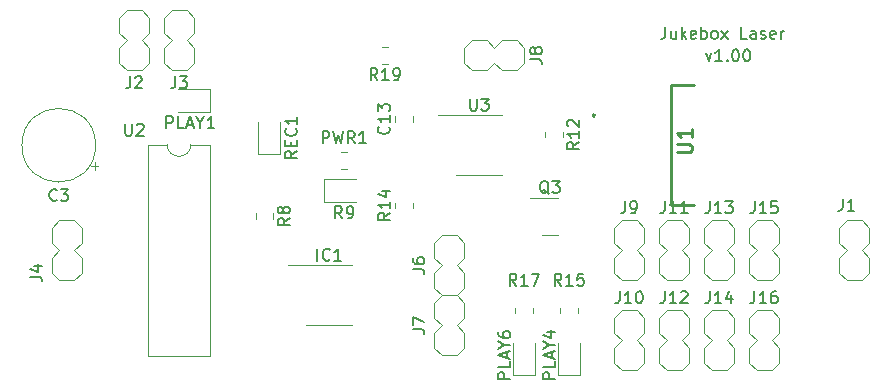
<source format=gbr>
G04 #@! TF.GenerationSoftware,KiCad,Pcbnew,7.0.2-6a45011f42~172~ubuntu22.04.1*
G04 #@! TF.CreationDate,2023-04-28T22:36:36-05:00*
G04 #@! TF.ProjectId,laser,6c617365-722e-46b6-9963-61645f706362,rev?*
G04 #@! TF.SameCoordinates,PXc1c960PY791ddc0*
G04 #@! TF.FileFunction,Legend,Top*
G04 #@! TF.FilePolarity,Positive*
%FSLAX46Y46*%
G04 Gerber Fmt 4.6, Leading zero omitted, Abs format (unit mm)*
G04 Created by KiCad (PCBNEW 7.0.2-6a45011f42~172~ubuntu22.04.1) date 2023-04-28 22:36:36*
%MOMM*%
%LPD*%
G01*
G04 APERTURE LIST*
%ADD10C,0.150000*%
%ADD11C,0.254000*%
%ADD12C,0.120000*%
G04 APERTURE END LIST*
D10*
X59832857Y28094048D02*
X60070952Y27427381D01*
X60070952Y27427381D02*
X60309047Y28094048D01*
X61213809Y27427381D02*
X60642381Y27427381D01*
X60928095Y27427381D02*
X60928095Y28427381D01*
X60928095Y28427381D02*
X60832857Y28284524D01*
X60832857Y28284524D02*
X60737619Y28189286D01*
X60737619Y28189286D02*
X60642381Y28141667D01*
X61642381Y27522620D02*
X61690000Y27475000D01*
X61690000Y27475000D02*
X61642381Y27427381D01*
X61642381Y27427381D02*
X61594762Y27475000D01*
X61594762Y27475000D02*
X61642381Y27522620D01*
X61642381Y27522620D02*
X61642381Y27427381D01*
X62309047Y28427381D02*
X62404285Y28427381D01*
X62404285Y28427381D02*
X62499523Y28379762D01*
X62499523Y28379762D02*
X62547142Y28332143D01*
X62547142Y28332143D02*
X62594761Y28236905D01*
X62594761Y28236905D02*
X62642380Y28046429D01*
X62642380Y28046429D02*
X62642380Y27808334D01*
X62642380Y27808334D02*
X62594761Y27617858D01*
X62594761Y27617858D02*
X62547142Y27522620D01*
X62547142Y27522620D02*
X62499523Y27475000D01*
X62499523Y27475000D02*
X62404285Y27427381D01*
X62404285Y27427381D02*
X62309047Y27427381D01*
X62309047Y27427381D02*
X62213809Y27475000D01*
X62213809Y27475000D02*
X62166190Y27522620D01*
X62166190Y27522620D02*
X62118571Y27617858D01*
X62118571Y27617858D02*
X62070952Y27808334D01*
X62070952Y27808334D02*
X62070952Y28046429D01*
X62070952Y28046429D02*
X62118571Y28236905D01*
X62118571Y28236905D02*
X62166190Y28332143D01*
X62166190Y28332143D02*
X62213809Y28379762D01*
X62213809Y28379762D02*
X62309047Y28427381D01*
X63261428Y28427381D02*
X63356666Y28427381D01*
X63356666Y28427381D02*
X63451904Y28379762D01*
X63451904Y28379762D02*
X63499523Y28332143D01*
X63499523Y28332143D02*
X63547142Y28236905D01*
X63547142Y28236905D02*
X63594761Y28046429D01*
X63594761Y28046429D02*
X63594761Y27808334D01*
X63594761Y27808334D02*
X63547142Y27617858D01*
X63547142Y27617858D02*
X63499523Y27522620D01*
X63499523Y27522620D02*
X63451904Y27475000D01*
X63451904Y27475000D02*
X63356666Y27427381D01*
X63356666Y27427381D02*
X63261428Y27427381D01*
X63261428Y27427381D02*
X63166190Y27475000D01*
X63166190Y27475000D02*
X63118571Y27522620D01*
X63118571Y27522620D02*
X63070952Y27617858D01*
X63070952Y27617858D02*
X63023333Y27808334D01*
X63023333Y27808334D02*
X63023333Y28046429D01*
X63023333Y28046429D02*
X63070952Y28236905D01*
X63070952Y28236905D02*
X63118571Y28332143D01*
X63118571Y28332143D02*
X63166190Y28379762D01*
X63166190Y28379762D02*
X63261428Y28427381D01*
X56403809Y30332381D02*
X56403809Y29618096D01*
X56403809Y29618096D02*
X56356190Y29475239D01*
X56356190Y29475239D02*
X56260952Y29380000D01*
X56260952Y29380000D02*
X56118095Y29332381D01*
X56118095Y29332381D02*
X56022857Y29332381D01*
X57308571Y29999048D02*
X57308571Y29332381D01*
X56880000Y29999048D02*
X56880000Y29475239D01*
X56880000Y29475239D02*
X56927619Y29380000D01*
X56927619Y29380000D02*
X57022857Y29332381D01*
X57022857Y29332381D02*
X57165714Y29332381D01*
X57165714Y29332381D02*
X57260952Y29380000D01*
X57260952Y29380000D02*
X57308571Y29427620D01*
X57784762Y29332381D02*
X57784762Y30332381D01*
X57880000Y29713334D02*
X58165714Y29332381D01*
X58165714Y29999048D02*
X57784762Y29618096D01*
X58975238Y29380000D02*
X58880000Y29332381D01*
X58880000Y29332381D02*
X58689524Y29332381D01*
X58689524Y29332381D02*
X58594286Y29380000D01*
X58594286Y29380000D02*
X58546667Y29475239D01*
X58546667Y29475239D02*
X58546667Y29856191D01*
X58546667Y29856191D02*
X58594286Y29951429D01*
X58594286Y29951429D02*
X58689524Y29999048D01*
X58689524Y29999048D02*
X58880000Y29999048D01*
X58880000Y29999048D02*
X58975238Y29951429D01*
X58975238Y29951429D02*
X59022857Y29856191D01*
X59022857Y29856191D02*
X59022857Y29760953D01*
X59022857Y29760953D02*
X58546667Y29665715D01*
X59451429Y29332381D02*
X59451429Y30332381D01*
X59451429Y29951429D02*
X59546667Y29999048D01*
X59546667Y29999048D02*
X59737143Y29999048D01*
X59737143Y29999048D02*
X59832381Y29951429D01*
X59832381Y29951429D02*
X59880000Y29903810D01*
X59880000Y29903810D02*
X59927619Y29808572D01*
X59927619Y29808572D02*
X59927619Y29522858D01*
X59927619Y29522858D02*
X59880000Y29427620D01*
X59880000Y29427620D02*
X59832381Y29380000D01*
X59832381Y29380000D02*
X59737143Y29332381D01*
X59737143Y29332381D02*
X59546667Y29332381D01*
X59546667Y29332381D02*
X59451429Y29380000D01*
X60499048Y29332381D02*
X60403810Y29380000D01*
X60403810Y29380000D02*
X60356191Y29427620D01*
X60356191Y29427620D02*
X60308572Y29522858D01*
X60308572Y29522858D02*
X60308572Y29808572D01*
X60308572Y29808572D02*
X60356191Y29903810D01*
X60356191Y29903810D02*
X60403810Y29951429D01*
X60403810Y29951429D02*
X60499048Y29999048D01*
X60499048Y29999048D02*
X60641905Y29999048D01*
X60641905Y29999048D02*
X60737143Y29951429D01*
X60737143Y29951429D02*
X60784762Y29903810D01*
X60784762Y29903810D02*
X60832381Y29808572D01*
X60832381Y29808572D02*
X60832381Y29522858D01*
X60832381Y29522858D02*
X60784762Y29427620D01*
X60784762Y29427620D02*
X60737143Y29380000D01*
X60737143Y29380000D02*
X60641905Y29332381D01*
X60641905Y29332381D02*
X60499048Y29332381D01*
X61165715Y29332381D02*
X61689524Y29999048D01*
X61165715Y29999048D02*
X61689524Y29332381D01*
X63308572Y29332381D02*
X62832382Y29332381D01*
X62832382Y29332381D02*
X62832382Y30332381D01*
X64070477Y29332381D02*
X64070477Y29856191D01*
X64070477Y29856191D02*
X64022858Y29951429D01*
X64022858Y29951429D02*
X63927620Y29999048D01*
X63927620Y29999048D02*
X63737144Y29999048D01*
X63737144Y29999048D02*
X63641906Y29951429D01*
X64070477Y29380000D02*
X63975239Y29332381D01*
X63975239Y29332381D02*
X63737144Y29332381D01*
X63737144Y29332381D02*
X63641906Y29380000D01*
X63641906Y29380000D02*
X63594287Y29475239D01*
X63594287Y29475239D02*
X63594287Y29570477D01*
X63594287Y29570477D02*
X63641906Y29665715D01*
X63641906Y29665715D02*
X63737144Y29713334D01*
X63737144Y29713334D02*
X63975239Y29713334D01*
X63975239Y29713334D02*
X64070477Y29760953D01*
X64499049Y29380000D02*
X64594287Y29332381D01*
X64594287Y29332381D02*
X64784763Y29332381D01*
X64784763Y29332381D02*
X64880001Y29380000D01*
X64880001Y29380000D02*
X64927620Y29475239D01*
X64927620Y29475239D02*
X64927620Y29522858D01*
X64927620Y29522858D02*
X64880001Y29618096D01*
X64880001Y29618096D02*
X64784763Y29665715D01*
X64784763Y29665715D02*
X64641906Y29665715D01*
X64641906Y29665715D02*
X64546668Y29713334D01*
X64546668Y29713334D02*
X64499049Y29808572D01*
X64499049Y29808572D02*
X64499049Y29856191D01*
X64499049Y29856191D02*
X64546668Y29951429D01*
X64546668Y29951429D02*
X64641906Y29999048D01*
X64641906Y29999048D02*
X64784763Y29999048D01*
X64784763Y29999048D02*
X64880001Y29951429D01*
X65737144Y29380000D02*
X65641906Y29332381D01*
X65641906Y29332381D02*
X65451430Y29332381D01*
X65451430Y29332381D02*
X65356192Y29380000D01*
X65356192Y29380000D02*
X65308573Y29475239D01*
X65308573Y29475239D02*
X65308573Y29856191D01*
X65308573Y29856191D02*
X65356192Y29951429D01*
X65356192Y29951429D02*
X65451430Y29999048D01*
X65451430Y29999048D02*
X65641906Y29999048D01*
X65641906Y29999048D02*
X65737144Y29951429D01*
X65737144Y29951429D02*
X65784763Y29856191D01*
X65784763Y29856191D02*
X65784763Y29760953D01*
X65784763Y29760953D02*
X65308573Y29665715D01*
X66213335Y29332381D02*
X66213335Y29999048D01*
X66213335Y29808572D02*
X66260954Y29903810D01*
X66260954Y29903810D02*
X66308573Y29951429D01*
X66308573Y29951429D02*
X66403811Y29999048D01*
X66403811Y29999048D02*
X66499049Y29999048D01*
X25227619Y19835953D02*
X24751428Y19502620D01*
X25227619Y19264525D02*
X24227619Y19264525D01*
X24227619Y19264525D02*
X24227619Y19645477D01*
X24227619Y19645477D02*
X24275238Y19740715D01*
X24275238Y19740715D02*
X24322857Y19788334D01*
X24322857Y19788334D02*
X24418095Y19835953D01*
X24418095Y19835953D02*
X24560952Y19835953D01*
X24560952Y19835953D02*
X24656190Y19788334D01*
X24656190Y19788334D02*
X24703809Y19740715D01*
X24703809Y19740715D02*
X24751428Y19645477D01*
X24751428Y19645477D02*
X24751428Y19264525D01*
X24703809Y20264525D02*
X24703809Y20597858D01*
X25227619Y20740715D02*
X25227619Y20264525D01*
X25227619Y20264525D02*
X24227619Y20264525D01*
X24227619Y20264525D02*
X24227619Y20740715D01*
X25132380Y21740715D02*
X25180000Y21693096D01*
X25180000Y21693096D02*
X25227619Y21550239D01*
X25227619Y21550239D02*
X25227619Y21455001D01*
X25227619Y21455001D02*
X25180000Y21312144D01*
X25180000Y21312144D02*
X25084761Y21216906D01*
X25084761Y21216906D02*
X24989523Y21169287D01*
X24989523Y21169287D02*
X24799047Y21121668D01*
X24799047Y21121668D02*
X24656190Y21121668D01*
X24656190Y21121668D02*
X24465714Y21169287D01*
X24465714Y21169287D02*
X24370476Y21216906D01*
X24370476Y21216906D02*
X24275238Y21312144D01*
X24275238Y21312144D02*
X24227619Y21455001D01*
X24227619Y21455001D02*
X24227619Y21550239D01*
X24227619Y21550239D02*
X24275238Y21693096D01*
X24275238Y21693096D02*
X24322857Y21740715D01*
X25227619Y22693096D02*
X25227619Y22121668D01*
X25227619Y22407382D02*
X24227619Y22407382D01*
X24227619Y22407382D02*
X24370476Y22312144D01*
X24370476Y22312144D02*
X24465714Y22216906D01*
X24465714Y22216906D02*
X24513333Y22121668D01*
X52537166Y7947381D02*
X52537166Y7233096D01*
X52537166Y7233096D02*
X52489547Y7090239D01*
X52489547Y7090239D02*
X52394309Y6995000D01*
X52394309Y6995000D02*
X52251452Y6947381D01*
X52251452Y6947381D02*
X52156214Y6947381D01*
X53537166Y6947381D02*
X52965738Y6947381D01*
X53251452Y6947381D02*
X53251452Y7947381D01*
X53251452Y7947381D02*
X53156214Y7804524D01*
X53156214Y7804524D02*
X53060976Y7709286D01*
X53060976Y7709286D02*
X52965738Y7661667D01*
X54156214Y7947381D02*
X54251452Y7947381D01*
X54251452Y7947381D02*
X54346690Y7899762D01*
X54346690Y7899762D02*
X54394309Y7852143D01*
X54394309Y7852143D02*
X54441928Y7756905D01*
X54441928Y7756905D02*
X54489547Y7566429D01*
X54489547Y7566429D02*
X54489547Y7328334D01*
X54489547Y7328334D02*
X54441928Y7137858D01*
X54441928Y7137858D02*
X54394309Y7042620D01*
X54394309Y7042620D02*
X54346690Y6995000D01*
X54346690Y6995000D02*
X54251452Y6947381D01*
X54251452Y6947381D02*
X54156214Y6947381D01*
X54156214Y6947381D02*
X54060976Y6995000D01*
X54060976Y6995000D02*
X54013357Y7042620D01*
X54013357Y7042620D02*
X53965738Y7137858D01*
X53965738Y7137858D02*
X53918119Y7328334D01*
X53918119Y7328334D02*
X53918119Y7566429D01*
X53918119Y7566429D02*
X53965738Y7756905D01*
X53965738Y7756905D02*
X54013357Y7852143D01*
X54013357Y7852143D02*
X54060976Y7899762D01*
X54060976Y7899762D02*
X54156214Y7947381D01*
X24615119Y14160834D02*
X24138928Y13827501D01*
X24615119Y13589406D02*
X23615119Y13589406D01*
X23615119Y13589406D02*
X23615119Y13970358D01*
X23615119Y13970358D02*
X23662738Y14065596D01*
X23662738Y14065596D02*
X23710357Y14113215D01*
X23710357Y14113215D02*
X23805595Y14160834D01*
X23805595Y14160834D02*
X23948452Y14160834D01*
X23948452Y14160834D02*
X24043690Y14113215D01*
X24043690Y14113215D02*
X24091309Y14065596D01*
X24091309Y14065596D02*
X24138928Y13970358D01*
X24138928Y13970358D02*
X24138928Y13589406D01*
X24043690Y14732263D02*
X23996071Y14637025D01*
X23996071Y14637025D02*
X23948452Y14589406D01*
X23948452Y14589406D02*
X23853214Y14541787D01*
X23853214Y14541787D02*
X23805595Y14541787D01*
X23805595Y14541787D02*
X23710357Y14589406D01*
X23710357Y14589406D02*
X23662738Y14637025D01*
X23662738Y14637025D02*
X23615119Y14732263D01*
X23615119Y14732263D02*
X23615119Y14922739D01*
X23615119Y14922739D02*
X23662738Y15017977D01*
X23662738Y15017977D02*
X23710357Y15065596D01*
X23710357Y15065596D02*
X23805595Y15113215D01*
X23805595Y15113215D02*
X23853214Y15113215D01*
X23853214Y15113215D02*
X23948452Y15065596D01*
X23948452Y15065596D02*
X23996071Y15017977D01*
X23996071Y15017977D02*
X24043690Y14922739D01*
X24043690Y14922739D02*
X24043690Y14732263D01*
X24043690Y14732263D02*
X24091309Y14637025D01*
X24091309Y14637025D02*
X24138928Y14589406D01*
X24138928Y14589406D02*
X24234166Y14541787D01*
X24234166Y14541787D02*
X24424642Y14541787D01*
X24424642Y14541787D02*
X24519880Y14589406D01*
X24519880Y14589406D02*
X24567500Y14637025D01*
X24567500Y14637025D02*
X24615119Y14732263D01*
X24615119Y14732263D02*
X24615119Y14922739D01*
X24615119Y14922739D02*
X24567500Y15017977D01*
X24567500Y15017977D02*
X24519880Y15065596D01*
X24519880Y15065596D02*
X24424642Y15113215D01*
X24424642Y15113215D02*
X24234166Y15113215D01*
X24234166Y15113215D02*
X24138928Y15065596D01*
X24138928Y15065596D02*
X24091309Y15017977D01*
X24091309Y15017977D02*
X24043690Y14922739D01*
X32977380Y21897143D02*
X33025000Y21849524D01*
X33025000Y21849524D02*
X33072619Y21706667D01*
X33072619Y21706667D02*
X33072619Y21611429D01*
X33072619Y21611429D02*
X33025000Y21468572D01*
X33025000Y21468572D02*
X32929761Y21373334D01*
X32929761Y21373334D02*
X32834523Y21325715D01*
X32834523Y21325715D02*
X32644047Y21278096D01*
X32644047Y21278096D02*
X32501190Y21278096D01*
X32501190Y21278096D02*
X32310714Y21325715D01*
X32310714Y21325715D02*
X32215476Y21373334D01*
X32215476Y21373334D02*
X32120238Y21468572D01*
X32120238Y21468572D02*
X32072619Y21611429D01*
X32072619Y21611429D02*
X32072619Y21706667D01*
X32072619Y21706667D02*
X32120238Y21849524D01*
X32120238Y21849524D02*
X32167857Y21897143D01*
X33072619Y22849524D02*
X33072619Y22278096D01*
X33072619Y22563810D02*
X32072619Y22563810D01*
X32072619Y22563810D02*
X32215476Y22468572D01*
X32215476Y22468572D02*
X32310714Y22373334D01*
X32310714Y22373334D02*
X32358333Y22278096D01*
X32072619Y23182858D02*
X32072619Y23801905D01*
X32072619Y23801905D02*
X32453571Y23468572D01*
X32453571Y23468572D02*
X32453571Y23611429D01*
X32453571Y23611429D02*
X32501190Y23706667D01*
X32501190Y23706667D02*
X32548809Y23754286D01*
X32548809Y23754286D02*
X32644047Y23801905D01*
X32644047Y23801905D02*
X32882142Y23801905D01*
X32882142Y23801905D02*
X32977380Y23754286D01*
X32977380Y23754286D02*
X33025000Y23706667D01*
X33025000Y23706667D02*
X33072619Y23611429D01*
X33072619Y23611429D02*
X33072619Y23325715D01*
X33072619Y23325715D02*
X33025000Y23230477D01*
X33025000Y23230477D02*
X32977380Y23182858D01*
X43807142Y8427381D02*
X43473809Y8903572D01*
X43235714Y8427381D02*
X43235714Y9427381D01*
X43235714Y9427381D02*
X43616666Y9427381D01*
X43616666Y9427381D02*
X43711904Y9379762D01*
X43711904Y9379762D02*
X43759523Y9332143D01*
X43759523Y9332143D02*
X43807142Y9236905D01*
X43807142Y9236905D02*
X43807142Y9094048D01*
X43807142Y9094048D02*
X43759523Y8998810D01*
X43759523Y8998810D02*
X43711904Y8951191D01*
X43711904Y8951191D02*
X43616666Y8903572D01*
X43616666Y8903572D02*
X43235714Y8903572D01*
X44759523Y8427381D02*
X44188095Y8427381D01*
X44473809Y8427381D02*
X44473809Y9427381D01*
X44473809Y9427381D02*
X44378571Y9284524D01*
X44378571Y9284524D02*
X44283333Y9189286D01*
X44283333Y9189286D02*
X44188095Y9141667D01*
X45092857Y9427381D02*
X45759523Y9427381D01*
X45759523Y9427381D02*
X45330952Y8427381D01*
X2637619Y9191667D02*
X3351904Y9191667D01*
X3351904Y9191667D02*
X3494761Y9144048D01*
X3494761Y9144048D02*
X3590000Y9048810D01*
X3590000Y9048810D02*
X3637619Y8905953D01*
X3637619Y8905953D02*
X3637619Y8810715D01*
X2970952Y10096429D02*
X3637619Y10096429D01*
X2590000Y9858334D02*
X3304285Y9620239D01*
X3304285Y9620239D02*
X3304285Y10239286D01*
X27400476Y20492381D02*
X27400476Y21492381D01*
X27400476Y21492381D02*
X27781428Y21492381D01*
X27781428Y21492381D02*
X27876666Y21444762D01*
X27876666Y21444762D02*
X27924285Y21397143D01*
X27924285Y21397143D02*
X27971904Y21301905D01*
X27971904Y21301905D02*
X27971904Y21159048D01*
X27971904Y21159048D02*
X27924285Y21063810D01*
X27924285Y21063810D02*
X27876666Y21016191D01*
X27876666Y21016191D02*
X27781428Y20968572D01*
X27781428Y20968572D02*
X27400476Y20968572D01*
X28305238Y21492381D02*
X28543333Y20492381D01*
X28543333Y20492381D02*
X28733809Y21206667D01*
X28733809Y21206667D02*
X28924285Y20492381D01*
X28924285Y20492381D02*
X29162381Y21492381D01*
X30114761Y20492381D02*
X29781428Y20968572D01*
X29543333Y20492381D02*
X29543333Y21492381D01*
X29543333Y21492381D02*
X29924285Y21492381D01*
X29924285Y21492381D02*
X30019523Y21444762D01*
X30019523Y21444762D02*
X30067142Y21397143D01*
X30067142Y21397143D02*
X30114761Y21301905D01*
X30114761Y21301905D02*
X30114761Y21159048D01*
X30114761Y21159048D02*
X30067142Y21063810D01*
X30067142Y21063810D02*
X30019523Y21016191D01*
X30019523Y21016191D02*
X29924285Y20968572D01*
X29924285Y20968572D02*
X29543333Y20968572D01*
X31067142Y20492381D02*
X30495714Y20492381D01*
X30781428Y20492381D02*
X30781428Y21492381D01*
X30781428Y21492381D02*
X30686190Y21349524D01*
X30686190Y21349524D02*
X30590952Y21254286D01*
X30590952Y21254286D02*
X30495714Y21206667D01*
X26963810Y10557381D02*
X26963810Y11557381D01*
X28011428Y10652620D02*
X27963809Y10605000D01*
X27963809Y10605000D02*
X27820952Y10557381D01*
X27820952Y10557381D02*
X27725714Y10557381D01*
X27725714Y10557381D02*
X27582857Y10605000D01*
X27582857Y10605000D02*
X27487619Y10700239D01*
X27487619Y10700239D02*
X27440000Y10795477D01*
X27440000Y10795477D02*
X27392381Y10985953D01*
X27392381Y10985953D02*
X27392381Y11128810D01*
X27392381Y11128810D02*
X27440000Y11319286D01*
X27440000Y11319286D02*
X27487619Y11414524D01*
X27487619Y11414524D02*
X27582857Y11509762D01*
X27582857Y11509762D02*
X27725714Y11557381D01*
X27725714Y11557381D02*
X27820952Y11557381D01*
X27820952Y11557381D02*
X27963809Y11509762D01*
X27963809Y11509762D02*
X28011428Y11462143D01*
X28963809Y10557381D02*
X28392381Y10557381D01*
X28678095Y10557381D02*
X28678095Y11557381D01*
X28678095Y11557381D02*
X28582857Y11414524D01*
X28582857Y11414524D02*
X28487619Y11319286D01*
X28487619Y11319286D02*
X28392381Y11271667D01*
X71421666Y15777381D02*
X71421666Y15063096D01*
X71421666Y15063096D02*
X71374047Y14920239D01*
X71374047Y14920239D02*
X71278809Y14825000D01*
X71278809Y14825000D02*
X71135952Y14777381D01*
X71135952Y14777381D02*
X71040714Y14777381D01*
X72421666Y14777381D02*
X71850238Y14777381D01*
X72135952Y14777381D02*
X72135952Y15777381D01*
X72135952Y15777381D02*
X72040714Y15634524D01*
X72040714Y15634524D02*
X71945476Y15539286D01*
X71945476Y15539286D02*
X71850238Y15491667D01*
X4893333Y15702620D02*
X4845714Y15655000D01*
X4845714Y15655000D02*
X4702857Y15607381D01*
X4702857Y15607381D02*
X4607619Y15607381D01*
X4607619Y15607381D02*
X4464762Y15655000D01*
X4464762Y15655000D02*
X4369524Y15750239D01*
X4369524Y15750239D02*
X4321905Y15845477D01*
X4321905Y15845477D02*
X4274286Y16035953D01*
X4274286Y16035953D02*
X4274286Y16178810D01*
X4274286Y16178810D02*
X4321905Y16369286D01*
X4321905Y16369286D02*
X4369524Y16464524D01*
X4369524Y16464524D02*
X4464762Y16559762D01*
X4464762Y16559762D02*
X4607619Y16607381D01*
X4607619Y16607381D02*
X4702857Y16607381D01*
X4702857Y16607381D02*
X4845714Y16559762D01*
X4845714Y16559762D02*
X4893333Y16512143D01*
X5226667Y16607381D02*
X5845714Y16607381D01*
X5845714Y16607381D02*
X5512381Y16226429D01*
X5512381Y16226429D02*
X5655238Y16226429D01*
X5655238Y16226429D02*
X5750476Y16178810D01*
X5750476Y16178810D02*
X5798095Y16131191D01*
X5798095Y16131191D02*
X5845714Y16035953D01*
X5845714Y16035953D02*
X5845714Y15797858D01*
X5845714Y15797858D02*
X5798095Y15702620D01*
X5798095Y15702620D02*
X5750476Y15655000D01*
X5750476Y15655000D02*
X5655238Y15607381D01*
X5655238Y15607381D02*
X5369524Y15607381D01*
X5369524Y15607381D02*
X5274286Y15655000D01*
X5274286Y15655000D02*
X5226667Y15702620D01*
X39878095Y24257381D02*
X39878095Y23447858D01*
X39878095Y23447858D02*
X39925714Y23352620D01*
X39925714Y23352620D02*
X39973333Y23305000D01*
X39973333Y23305000D02*
X40068571Y23257381D01*
X40068571Y23257381D02*
X40259047Y23257381D01*
X40259047Y23257381D02*
X40354285Y23305000D01*
X40354285Y23305000D02*
X40401904Y23352620D01*
X40401904Y23352620D02*
X40449523Y23447858D01*
X40449523Y23447858D02*
X40449523Y24257381D01*
X40830476Y24257381D02*
X41449523Y24257381D01*
X41449523Y24257381D02*
X41116190Y23876429D01*
X41116190Y23876429D02*
X41259047Y23876429D01*
X41259047Y23876429D02*
X41354285Y23828810D01*
X41354285Y23828810D02*
X41401904Y23781191D01*
X41401904Y23781191D02*
X41449523Y23685953D01*
X41449523Y23685953D02*
X41449523Y23447858D01*
X41449523Y23447858D02*
X41401904Y23352620D01*
X41401904Y23352620D02*
X41354285Y23305000D01*
X41354285Y23305000D02*
X41259047Y23257381D01*
X41259047Y23257381D02*
X40973333Y23257381D01*
X40973333Y23257381D02*
X40878095Y23305000D01*
X40878095Y23305000D02*
X40830476Y23352620D01*
X11096666Y26147381D02*
X11096666Y25433096D01*
X11096666Y25433096D02*
X11049047Y25290239D01*
X11049047Y25290239D02*
X10953809Y25195000D01*
X10953809Y25195000D02*
X10810952Y25147381D01*
X10810952Y25147381D02*
X10715714Y25147381D01*
X11525238Y26052143D02*
X11572857Y26099762D01*
X11572857Y26099762D02*
X11668095Y26147381D01*
X11668095Y26147381D02*
X11906190Y26147381D01*
X11906190Y26147381D02*
X12001428Y26099762D01*
X12001428Y26099762D02*
X12049047Y26052143D01*
X12049047Y26052143D02*
X12096666Y25956905D01*
X12096666Y25956905D02*
X12096666Y25861667D01*
X12096666Y25861667D02*
X12049047Y25718810D01*
X12049047Y25718810D02*
X11477619Y25147381D01*
X11477619Y25147381D02*
X12096666Y25147381D01*
X33102619Y14597143D02*
X32626428Y14263810D01*
X33102619Y14025715D02*
X32102619Y14025715D01*
X32102619Y14025715D02*
X32102619Y14406667D01*
X32102619Y14406667D02*
X32150238Y14501905D01*
X32150238Y14501905D02*
X32197857Y14549524D01*
X32197857Y14549524D02*
X32293095Y14597143D01*
X32293095Y14597143D02*
X32435952Y14597143D01*
X32435952Y14597143D02*
X32531190Y14549524D01*
X32531190Y14549524D02*
X32578809Y14501905D01*
X32578809Y14501905D02*
X32626428Y14406667D01*
X32626428Y14406667D02*
X32626428Y14025715D01*
X33102619Y15549524D02*
X33102619Y14978096D01*
X33102619Y15263810D02*
X32102619Y15263810D01*
X32102619Y15263810D02*
X32245476Y15168572D01*
X32245476Y15168572D02*
X32340714Y15073334D01*
X32340714Y15073334D02*
X32388333Y14978096D01*
X32435952Y16406667D02*
X33102619Y16406667D01*
X32055000Y16168572D02*
X32769285Y15930477D01*
X32769285Y15930477D02*
X32769285Y16549524D01*
X14906666Y26147381D02*
X14906666Y25433096D01*
X14906666Y25433096D02*
X14859047Y25290239D01*
X14859047Y25290239D02*
X14763809Y25195000D01*
X14763809Y25195000D02*
X14620952Y25147381D01*
X14620952Y25147381D02*
X14525714Y25147381D01*
X15287619Y26147381D02*
X15906666Y26147381D01*
X15906666Y26147381D02*
X15573333Y25766429D01*
X15573333Y25766429D02*
X15716190Y25766429D01*
X15716190Y25766429D02*
X15811428Y25718810D01*
X15811428Y25718810D02*
X15859047Y25671191D01*
X15859047Y25671191D02*
X15906666Y25575953D01*
X15906666Y25575953D02*
X15906666Y25337858D01*
X15906666Y25337858D02*
X15859047Y25242620D01*
X15859047Y25242620D02*
X15811428Y25195000D01*
X15811428Y25195000D02*
X15716190Y25147381D01*
X15716190Y25147381D02*
X15430476Y25147381D01*
X15430476Y25147381D02*
X15335238Y25195000D01*
X15335238Y25195000D02*
X15287619Y25242620D01*
X43269309Y540001D02*
X42269309Y540001D01*
X42269309Y540001D02*
X42269309Y920953D01*
X42269309Y920953D02*
X42316928Y1016191D01*
X42316928Y1016191D02*
X42364547Y1063810D01*
X42364547Y1063810D02*
X42459785Y1111429D01*
X42459785Y1111429D02*
X42602642Y1111429D01*
X42602642Y1111429D02*
X42697880Y1063810D01*
X42697880Y1063810D02*
X42745499Y1016191D01*
X42745499Y1016191D02*
X42793118Y920953D01*
X42793118Y920953D02*
X42793118Y540001D01*
X43269309Y2016191D02*
X43269309Y1540001D01*
X43269309Y1540001D02*
X42269309Y1540001D01*
X42983594Y2301906D02*
X42983594Y2778096D01*
X43269309Y2206668D02*
X42269309Y2540001D01*
X42269309Y2540001D02*
X43269309Y2873334D01*
X42793118Y3397144D02*
X43269309Y3397144D01*
X42269309Y3063811D02*
X42793118Y3397144D01*
X42793118Y3397144D02*
X42269309Y3730477D01*
X42269309Y4492382D02*
X42269309Y4301906D01*
X42269309Y4301906D02*
X42316928Y4206668D01*
X42316928Y4206668D02*
X42364547Y4159049D01*
X42364547Y4159049D02*
X42507404Y4063811D01*
X42507404Y4063811D02*
X42697880Y4016192D01*
X42697880Y4016192D02*
X43078832Y4016192D01*
X43078832Y4016192D02*
X43174070Y4063811D01*
X43174070Y4063811D02*
X43221690Y4111430D01*
X43221690Y4111430D02*
X43269309Y4206668D01*
X43269309Y4206668D02*
X43269309Y4397144D01*
X43269309Y4397144D02*
X43221690Y4492382D01*
X43221690Y4492382D02*
X43174070Y4540001D01*
X43174070Y4540001D02*
X43078832Y4587620D01*
X43078832Y4587620D02*
X42840737Y4587620D01*
X42840737Y4587620D02*
X42745499Y4540001D01*
X42745499Y4540001D02*
X42697880Y4492382D01*
X42697880Y4492382D02*
X42650261Y4397144D01*
X42650261Y4397144D02*
X42650261Y4206668D01*
X42650261Y4206668D02*
X42697880Y4111430D01*
X42697880Y4111430D02*
X42745499Y4063811D01*
X42745499Y4063811D02*
X42840737Y4016192D01*
X10668095Y22127381D02*
X10668095Y21317858D01*
X10668095Y21317858D02*
X10715714Y21222620D01*
X10715714Y21222620D02*
X10763333Y21175000D01*
X10763333Y21175000D02*
X10858571Y21127381D01*
X10858571Y21127381D02*
X11049047Y21127381D01*
X11049047Y21127381D02*
X11144285Y21175000D01*
X11144285Y21175000D02*
X11191904Y21222620D01*
X11191904Y21222620D02*
X11239523Y21317858D01*
X11239523Y21317858D02*
X11239523Y22127381D01*
X11668095Y22032143D02*
X11715714Y22079762D01*
X11715714Y22079762D02*
X11810952Y22127381D01*
X11810952Y22127381D02*
X12049047Y22127381D01*
X12049047Y22127381D02*
X12144285Y22079762D01*
X12144285Y22079762D02*
X12191904Y22032143D01*
X12191904Y22032143D02*
X12239523Y21936905D01*
X12239523Y21936905D02*
X12239523Y21841667D01*
X12239523Y21841667D02*
X12191904Y21698810D01*
X12191904Y21698810D02*
X11620476Y21127381D01*
X11620476Y21127381D02*
X12239523Y21127381D01*
X14177500Y21762381D02*
X14177500Y22762381D01*
X14177500Y22762381D02*
X14558452Y22762381D01*
X14558452Y22762381D02*
X14653690Y22714762D01*
X14653690Y22714762D02*
X14701309Y22667143D01*
X14701309Y22667143D02*
X14748928Y22571905D01*
X14748928Y22571905D02*
X14748928Y22429048D01*
X14748928Y22429048D02*
X14701309Y22333810D01*
X14701309Y22333810D02*
X14653690Y22286191D01*
X14653690Y22286191D02*
X14558452Y22238572D01*
X14558452Y22238572D02*
X14177500Y22238572D01*
X15653690Y21762381D02*
X15177500Y21762381D01*
X15177500Y21762381D02*
X15177500Y22762381D01*
X15939405Y22048096D02*
X16415595Y22048096D01*
X15844167Y21762381D02*
X16177500Y22762381D01*
X16177500Y22762381D02*
X16510833Y21762381D01*
X17034643Y22238572D02*
X17034643Y21762381D01*
X16701310Y22762381D02*
X17034643Y22238572D01*
X17034643Y22238572D02*
X17367976Y22762381D01*
X18225119Y21762381D02*
X17653691Y21762381D01*
X17939405Y21762381D02*
X17939405Y22762381D01*
X17939405Y22762381D02*
X17844167Y22619524D01*
X17844167Y22619524D02*
X17748929Y22524286D01*
X17748929Y22524286D02*
X17653691Y22476667D01*
X63960476Y7954947D02*
X63960476Y7240662D01*
X63960476Y7240662D02*
X63912857Y7097805D01*
X63912857Y7097805D02*
X63817619Y7002566D01*
X63817619Y7002566D02*
X63674762Y6954947D01*
X63674762Y6954947D02*
X63579524Y6954947D01*
X64960476Y6954947D02*
X64389048Y6954947D01*
X64674762Y6954947D02*
X64674762Y7954947D01*
X64674762Y7954947D02*
X64579524Y7812090D01*
X64579524Y7812090D02*
X64484286Y7716852D01*
X64484286Y7716852D02*
X64389048Y7669233D01*
X65817619Y7954947D02*
X65627143Y7954947D01*
X65627143Y7954947D02*
X65531905Y7907328D01*
X65531905Y7907328D02*
X65484286Y7859709D01*
X65484286Y7859709D02*
X65389048Y7716852D01*
X65389048Y7716852D02*
X65341429Y7526376D01*
X65341429Y7526376D02*
X65341429Y7145424D01*
X65341429Y7145424D02*
X65389048Y7050186D01*
X65389048Y7050186D02*
X65436667Y7002566D01*
X65436667Y7002566D02*
X65531905Y6954947D01*
X65531905Y6954947D02*
X65722381Y6954947D01*
X65722381Y6954947D02*
X65817619Y7002566D01*
X65817619Y7002566D02*
X65865238Y7050186D01*
X65865238Y7050186D02*
X65912857Y7145424D01*
X65912857Y7145424D02*
X65912857Y7383519D01*
X65912857Y7383519D02*
X65865238Y7478757D01*
X65865238Y7478757D02*
X65817619Y7526376D01*
X65817619Y7526376D02*
X65722381Y7573995D01*
X65722381Y7573995D02*
X65531905Y7573995D01*
X65531905Y7573995D02*
X65436667Y7526376D01*
X65436667Y7526376D02*
X65389048Y7478757D01*
X65389048Y7478757D02*
X65341429Y7383519D01*
X56347166Y7947381D02*
X56347166Y7233096D01*
X56347166Y7233096D02*
X56299547Y7090239D01*
X56299547Y7090239D02*
X56204309Y6995000D01*
X56204309Y6995000D02*
X56061452Y6947381D01*
X56061452Y6947381D02*
X55966214Y6947381D01*
X57347166Y6947381D02*
X56775738Y6947381D01*
X57061452Y6947381D02*
X57061452Y7947381D01*
X57061452Y7947381D02*
X56966214Y7804524D01*
X56966214Y7804524D02*
X56870976Y7709286D01*
X56870976Y7709286D02*
X56775738Y7661667D01*
X57728119Y7852143D02*
X57775738Y7899762D01*
X57775738Y7899762D02*
X57870976Y7947381D01*
X57870976Y7947381D02*
X58109071Y7947381D01*
X58109071Y7947381D02*
X58204309Y7899762D01*
X58204309Y7899762D02*
X58251928Y7852143D01*
X58251928Y7852143D02*
X58299547Y7756905D01*
X58299547Y7756905D02*
X58299547Y7661667D01*
X58299547Y7661667D02*
X58251928Y7518810D01*
X58251928Y7518810D02*
X57680500Y6947381D01*
X57680500Y6947381D02*
X58299547Y6947381D01*
X53013356Y15567381D02*
X53013356Y14853096D01*
X53013356Y14853096D02*
X52965737Y14710239D01*
X52965737Y14710239D02*
X52870499Y14615000D01*
X52870499Y14615000D02*
X52727642Y14567381D01*
X52727642Y14567381D02*
X52632404Y14567381D01*
X53537166Y14567381D02*
X53727642Y14567381D01*
X53727642Y14567381D02*
X53822880Y14615000D01*
X53822880Y14615000D02*
X53870499Y14662620D01*
X53870499Y14662620D02*
X53965737Y14805477D01*
X53965737Y14805477D02*
X54013356Y14995953D01*
X54013356Y14995953D02*
X54013356Y15376905D01*
X54013356Y15376905D02*
X53965737Y15472143D01*
X53965737Y15472143D02*
X53918118Y15519762D01*
X53918118Y15519762D02*
X53822880Y15567381D01*
X53822880Y15567381D02*
X53632404Y15567381D01*
X53632404Y15567381D02*
X53537166Y15519762D01*
X53537166Y15519762D02*
X53489547Y15472143D01*
X53489547Y15472143D02*
X53441928Y15376905D01*
X53441928Y15376905D02*
X53441928Y15138810D01*
X53441928Y15138810D02*
X53489547Y15043572D01*
X53489547Y15043572D02*
X53537166Y14995953D01*
X53537166Y14995953D02*
X53632404Y14948334D01*
X53632404Y14948334D02*
X53822880Y14948334D01*
X53822880Y14948334D02*
X53918118Y14995953D01*
X53918118Y14995953D02*
X53965737Y15043572D01*
X53965737Y15043572D02*
X54013356Y15138810D01*
X49102619Y20589643D02*
X48626428Y20256310D01*
X49102619Y20018215D02*
X48102619Y20018215D01*
X48102619Y20018215D02*
X48102619Y20399167D01*
X48102619Y20399167D02*
X48150238Y20494405D01*
X48150238Y20494405D02*
X48197857Y20542024D01*
X48197857Y20542024D02*
X48293095Y20589643D01*
X48293095Y20589643D02*
X48435952Y20589643D01*
X48435952Y20589643D02*
X48531190Y20542024D01*
X48531190Y20542024D02*
X48578809Y20494405D01*
X48578809Y20494405D02*
X48626428Y20399167D01*
X48626428Y20399167D02*
X48626428Y20018215D01*
X49102619Y21542024D02*
X49102619Y20970596D01*
X49102619Y21256310D02*
X48102619Y21256310D01*
X48102619Y21256310D02*
X48245476Y21161072D01*
X48245476Y21161072D02*
X48340714Y21065834D01*
X48340714Y21065834D02*
X48388333Y20970596D01*
X48197857Y21922977D02*
X48150238Y21970596D01*
X48150238Y21970596D02*
X48102619Y22065834D01*
X48102619Y22065834D02*
X48102619Y22303929D01*
X48102619Y22303929D02*
X48150238Y22399167D01*
X48150238Y22399167D02*
X48197857Y22446786D01*
X48197857Y22446786D02*
X48293095Y22494405D01*
X48293095Y22494405D02*
X48388333Y22494405D01*
X48388333Y22494405D02*
X48531190Y22446786D01*
X48531190Y22446786D02*
X49102619Y21875358D01*
X49102619Y21875358D02*
X49102619Y22494405D01*
X32044642Y25827381D02*
X31711309Y26303572D01*
X31473214Y25827381D02*
X31473214Y26827381D01*
X31473214Y26827381D02*
X31854166Y26827381D01*
X31854166Y26827381D02*
X31949404Y26779762D01*
X31949404Y26779762D02*
X31997023Y26732143D01*
X31997023Y26732143D02*
X32044642Y26636905D01*
X32044642Y26636905D02*
X32044642Y26494048D01*
X32044642Y26494048D02*
X31997023Y26398810D01*
X31997023Y26398810D02*
X31949404Y26351191D01*
X31949404Y26351191D02*
X31854166Y26303572D01*
X31854166Y26303572D02*
X31473214Y26303572D01*
X32997023Y25827381D02*
X32425595Y25827381D01*
X32711309Y25827381D02*
X32711309Y26827381D01*
X32711309Y26827381D02*
X32616071Y26684524D01*
X32616071Y26684524D02*
X32520833Y26589286D01*
X32520833Y26589286D02*
X32425595Y26541667D01*
X33473214Y25827381D02*
X33663690Y25827381D01*
X33663690Y25827381D02*
X33758928Y25875000D01*
X33758928Y25875000D02*
X33806547Y25922620D01*
X33806547Y25922620D02*
X33901785Y26065477D01*
X33901785Y26065477D02*
X33949404Y26255953D01*
X33949404Y26255953D02*
X33949404Y26636905D01*
X33949404Y26636905D02*
X33901785Y26732143D01*
X33901785Y26732143D02*
X33854166Y26779762D01*
X33854166Y26779762D02*
X33758928Y26827381D01*
X33758928Y26827381D02*
X33568452Y26827381D01*
X33568452Y26827381D02*
X33473214Y26779762D01*
X33473214Y26779762D02*
X33425595Y26732143D01*
X33425595Y26732143D02*
X33377976Y26636905D01*
X33377976Y26636905D02*
X33377976Y26398810D01*
X33377976Y26398810D02*
X33425595Y26303572D01*
X33425595Y26303572D02*
X33473214Y26255953D01*
X33473214Y26255953D02*
X33568452Y26208334D01*
X33568452Y26208334D02*
X33758928Y26208334D01*
X33758928Y26208334D02*
X33854166Y26255953D01*
X33854166Y26255953D02*
X33901785Y26303572D01*
X33901785Y26303572D02*
X33949404Y26398810D01*
X63967166Y15567381D02*
X63967166Y14853096D01*
X63967166Y14853096D02*
X63919547Y14710239D01*
X63919547Y14710239D02*
X63824309Y14615000D01*
X63824309Y14615000D02*
X63681452Y14567381D01*
X63681452Y14567381D02*
X63586214Y14567381D01*
X64967166Y14567381D02*
X64395738Y14567381D01*
X64681452Y14567381D02*
X64681452Y15567381D01*
X64681452Y15567381D02*
X64586214Y15424524D01*
X64586214Y15424524D02*
X64490976Y15329286D01*
X64490976Y15329286D02*
X64395738Y15281667D01*
X65871928Y15567381D02*
X65395738Y15567381D01*
X65395738Y15567381D02*
X65348119Y15091191D01*
X65348119Y15091191D02*
X65395738Y15138810D01*
X65395738Y15138810D02*
X65490976Y15186429D01*
X65490976Y15186429D02*
X65729071Y15186429D01*
X65729071Y15186429D02*
X65824309Y15138810D01*
X65824309Y15138810D02*
X65871928Y15091191D01*
X65871928Y15091191D02*
X65919547Y14995953D01*
X65919547Y14995953D02*
X65919547Y14757858D01*
X65919547Y14757858D02*
X65871928Y14662620D01*
X65871928Y14662620D02*
X65824309Y14615000D01*
X65824309Y14615000D02*
X65729071Y14567381D01*
X65729071Y14567381D02*
X65490976Y14567381D01*
X65490976Y14567381D02*
X65395738Y14615000D01*
X65395738Y14615000D02*
X65348119Y14662620D01*
X35022619Y9826667D02*
X35736904Y9826667D01*
X35736904Y9826667D02*
X35879761Y9779048D01*
X35879761Y9779048D02*
X35975000Y9683810D01*
X35975000Y9683810D02*
X36022619Y9540953D01*
X36022619Y9540953D02*
X36022619Y9445715D01*
X35022619Y10731429D02*
X35022619Y10540953D01*
X35022619Y10540953D02*
X35070238Y10445715D01*
X35070238Y10445715D02*
X35117857Y10398096D01*
X35117857Y10398096D02*
X35260714Y10302858D01*
X35260714Y10302858D02*
X35451190Y10255239D01*
X35451190Y10255239D02*
X35832142Y10255239D01*
X35832142Y10255239D02*
X35927380Y10302858D01*
X35927380Y10302858D02*
X35975000Y10350477D01*
X35975000Y10350477D02*
X36022619Y10445715D01*
X36022619Y10445715D02*
X36022619Y10636191D01*
X36022619Y10636191D02*
X35975000Y10731429D01*
X35975000Y10731429D02*
X35927380Y10779048D01*
X35927380Y10779048D02*
X35832142Y10826667D01*
X35832142Y10826667D02*
X35594047Y10826667D01*
X35594047Y10826667D02*
X35498809Y10779048D01*
X35498809Y10779048D02*
X35451190Y10731429D01*
X35451190Y10731429D02*
X35403571Y10636191D01*
X35403571Y10636191D02*
X35403571Y10445715D01*
X35403571Y10445715D02*
X35451190Y10350477D01*
X35451190Y10350477D02*
X35498809Y10302858D01*
X35498809Y10302858D02*
X35594047Y10255239D01*
D11*
X57367526Y19706381D02*
X58395621Y19706381D01*
X58395621Y19706381D02*
X58516573Y19766858D01*
X58516573Y19766858D02*
X58577050Y19827334D01*
X58577050Y19827334D02*
X58637526Y19948286D01*
X58637526Y19948286D02*
X58637526Y20190191D01*
X58637526Y20190191D02*
X58577050Y20311143D01*
X58577050Y20311143D02*
X58516573Y20371620D01*
X58516573Y20371620D02*
X58395621Y20432096D01*
X58395621Y20432096D02*
X57367526Y20432096D01*
X58637526Y21702096D02*
X58637526Y20976381D01*
X58637526Y21339238D02*
X57367526Y21339238D01*
X57367526Y21339238D02*
X57548954Y21218286D01*
X57548954Y21218286D02*
X57669907Y21097334D01*
X57669907Y21097334D02*
X57730383Y20976381D01*
D10*
X56347166Y15567381D02*
X56347166Y14853096D01*
X56347166Y14853096D02*
X56299547Y14710239D01*
X56299547Y14710239D02*
X56204309Y14615000D01*
X56204309Y14615000D02*
X56061452Y14567381D01*
X56061452Y14567381D02*
X55966214Y14567381D01*
X57347166Y14567381D02*
X56775738Y14567381D01*
X57061452Y14567381D02*
X57061452Y15567381D01*
X57061452Y15567381D02*
X56966214Y15424524D01*
X56966214Y15424524D02*
X56870976Y15329286D01*
X56870976Y15329286D02*
X56775738Y15281667D01*
X58299547Y14567381D02*
X57728119Y14567381D01*
X58013833Y14567381D02*
X58013833Y15567381D01*
X58013833Y15567381D02*
X57918595Y15424524D01*
X57918595Y15424524D02*
X57823357Y15329286D01*
X57823357Y15329286D02*
X57728119Y15281667D01*
X47617142Y8427381D02*
X47283809Y8903572D01*
X47045714Y8427381D02*
X47045714Y9427381D01*
X47045714Y9427381D02*
X47426666Y9427381D01*
X47426666Y9427381D02*
X47521904Y9379762D01*
X47521904Y9379762D02*
X47569523Y9332143D01*
X47569523Y9332143D02*
X47617142Y9236905D01*
X47617142Y9236905D02*
X47617142Y9094048D01*
X47617142Y9094048D02*
X47569523Y8998810D01*
X47569523Y8998810D02*
X47521904Y8951191D01*
X47521904Y8951191D02*
X47426666Y8903572D01*
X47426666Y8903572D02*
X47045714Y8903572D01*
X48569523Y8427381D02*
X47998095Y8427381D01*
X48283809Y8427381D02*
X48283809Y9427381D01*
X48283809Y9427381D02*
X48188571Y9284524D01*
X48188571Y9284524D02*
X48093333Y9189286D01*
X48093333Y9189286D02*
X47998095Y9141667D01*
X49474285Y9427381D02*
X48998095Y9427381D01*
X48998095Y9427381D02*
X48950476Y8951191D01*
X48950476Y8951191D02*
X48998095Y8998810D01*
X48998095Y8998810D02*
X49093333Y9046429D01*
X49093333Y9046429D02*
X49331428Y9046429D01*
X49331428Y9046429D02*
X49426666Y8998810D01*
X49426666Y8998810D02*
X49474285Y8951191D01*
X49474285Y8951191D02*
X49521904Y8855953D01*
X49521904Y8855953D02*
X49521904Y8617858D01*
X49521904Y8617858D02*
X49474285Y8522620D01*
X49474285Y8522620D02*
X49426666Y8475000D01*
X49426666Y8475000D02*
X49331428Y8427381D01*
X49331428Y8427381D02*
X49093333Y8427381D01*
X49093333Y8427381D02*
X48998095Y8475000D01*
X48998095Y8475000D02*
X48950476Y8522620D01*
X35022619Y4746667D02*
X35736904Y4746667D01*
X35736904Y4746667D02*
X35879761Y4699048D01*
X35879761Y4699048D02*
X35975000Y4603810D01*
X35975000Y4603810D02*
X36022619Y4460953D01*
X36022619Y4460953D02*
X36022619Y4365715D01*
X35022619Y5127620D02*
X35022619Y5794286D01*
X35022619Y5794286D02*
X36022619Y5365715D01*
X60157166Y7947381D02*
X60157166Y7233096D01*
X60157166Y7233096D02*
X60109547Y7090239D01*
X60109547Y7090239D02*
X60014309Y6995000D01*
X60014309Y6995000D02*
X59871452Y6947381D01*
X59871452Y6947381D02*
X59776214Y6947381D01*
X61157166Y6947381D02*
X60585738Y6947381D01*
X60871452Y6947381D02*
X60871452Y7947381D01*
X60871452Y7947381D02*
X60776214Y7804524D01*
X60776214Y7804524D02*
X60680976Y7709286D01*
X60680976Y7709286D02*
X60585738Y7661667D01*
X62014309Y7614048D02*
X62014309Y6947381D01*
X61776214Y7995000D02*
X61538119Y7280715D01*
X61538119Y7280715D02*
X62157166Y7280715D01*
X47079309Y540001D02*
X46079309Y540001D01*
X46079309Y540001D02*
X46079309Y920953D01*
X46079309Y920953D02*
X46126928Y1016191D01*
X46126928Y1016191D02*
X46174547Y1063810D01*
X46174547Y1063810D02*
X46269785Y1111429D01*
X46269785Y1111429D02*
X46412642Y1111429D01*
X46412642Y1111429D02*
X46507880Y1063810D01*
X46507880Y1063810D02*
X46555499Y1016191D01*
X46555499Y1016191D02*
X46603118Y920953D01*
X46603118Y920953D02*
X46603118Y540001D01*
X47079309Y2016191D02*
X47079309Y1540001D01*
X47079309Y1540001D02*
X46079309Y1540001D01*
X46793594Y2301906D02*
X46793594Y2778096D01*
X47079309Y2206668D02*
X46079309Y2540001D01*
X46079309Y2540001D02*
X47079309Y2873334D01*
X46603118Y3397144D02*
X47079309Y3397144D01*
X46079309Y3063811D02*
X46603118Y3397144D01*
X46603118Y3397144D02*
X46079309Y3730477D01*
X46412642Y4492382D02*
X47079309Y4492382D01*
X46031690Y4254287D02*
X46745975Y4016192D01*
X46745975Y4016192D02*
X46745975Y4635239D01*
X60157166Y15567381D02*
X60157166Y14853096D01*
X60157166Y14853096D02*
X60109547Y14710239D01*
X60109547Y14710239D02*
X60014309Y14615000D01*
X60014309Y14615000D02*
X59871452Y14567381D01*
X59871452Y14567381D02*
X59776214Y14567381D01*
X61157166Y14567381D02*
X60585738Y14567381D01*
X60871452Y14567381D02*
X60871452Y15567381D01*
X60871452Y15567381D02*
X60776214Y15424524D01*
X60776214Y15424524D02*
X60680976Y15329286D01*
X60680976Y15329286D02*
X60585738Y15281667D01*
X61490500Y15567381D02*
X62109547Y15567381D01*
X62109547Y15567381D02*
X61776214Y15186429D01*
X61776214Y15186429D02*
X61919071Y15186429D01*
X61919071Y15186429D02*
X62014309Y15138810D01*
X62014309Y15138810D02*
X62061928Y15091191D01*
X62061928Y15091191D02*
X62109547Y14995953D01*
X62109547Y14995953D02*
X62109547Y14757858D01*
X62109547Y14757858D02*
X62061928Y14662620D01*
X62061928Y14662620D02*
X62014309Y14615000D01*
X62014309Y14615000D02*
X61919071Y14567381D01*
X61919071Y14567381D02*
X61633357Y14567381D01*
X61633357Y14567381D02*
X61538119Y14615000D01*
X61538119Y14615000D02*
X61490500Y14662620D01*
X29043333Y14142381D02*
X28710000Y14618572D01*
X28471905Y14142381D02*
X28471905Y15142381D01*
X28471905Y15142381D02*
X28852857Y15142381D01*
X28852857Y15142381D02*
X28948095Y15094762D01*
X28948095Y15094762D02*
X28995714Y15047143D01*
X28995714Y15047143D02*
X29043333Y14951905D01*
X29043333Y14951905D02*
X29043333Y14809048D01*
X29043333Y14809048D02*
X28995714Y14713810D01*
X28995714Y14713810D02*
X28948095Y14666191D01*
X28948095Y14666191D02*
X28852857Y14618572D01*
X28852857Y14618572D02*
X28471905Y14618572D01*
X29519524Y14142381D02*
X29710000Y14142381D01*
X29710000Y14142381D02*
X29805238Y14190000D01*
X29805238Y14190000D02*
X29852857Y14237620D01*
X29852857Y14237620D02*
X29948095Y14380477D01*
X29948095Y14380477D02*
X29995714Y14570953D01*
X29995714Y14570953D02*
X29995714Y14951905D01*
X29995714Y14951905D02*
X29948095Y15047143D01*
X29948095Y15047143D02*
X29900476Y15094762D01*
X29900476Y15094762D02*
X29805238Y15142381D01*
X29805238Y15142381D02*
X29614762Y15142381D01*
X29614762Y15142381D02*
X29519524Y15094762D01*
X29519524Y15094762D02*
X29471905Y15047143D01*
X29471905Y15047143D02*
X29424286Y14951905D01*
X29424286Y14951905D02*
X29424286Y14713810D01*
X29424286Y14713810D02*
X29471905Y14618572D01*
X29471905Y14618572D02*
X29519524Y14570953D01*
X29519524Y14570953D02*
X29614762Y14523334D01*
X29614762Y14523334D02*
X29805238Y14523334D01*
X29805238Y14523334D02*
X29900476Y14570953D01*
X29900476Y14570953D02*
X29948095Y14618572D01*
X29948095Y14618572D02*
X29995714Y14713810D01*
X46552573Y16197898D02*
X46457335Y16245517D01*
X46457335Y16245517D02*
X46362097Y16340755D01*
X46362097Y16340755D02*
X46219240Y16483613D01*
X46219240Y16483613D02*
X46124002Y16531232D01*
X46124002Y16531232D02*
X46028764Y16531232D01*
X46076383Y16293136D02*
X45981145Y16340755D01*
X45981145Y16340755D02*
X45885907Y16435994D01*
X45885907Y16435994D02*
X45838288Y16626470D01*
X45838288Y16626470D02*
X45838288Y16959803D01*
X45838288Y16959803D02*
X45885907Y17150279D01*
X45885907Y17150279D02*
X45981145Y17245517D01*
X45981145Y17245517D02*
X46076383Y17293136D01*
X46076383Y17293136D02*
X46266859Y17293136D01*
X46266859Y17293136D02*
X46362097Y17245517D01*
X46362097Y17245517D02*
X46457335Y17150279D01*
X46457335Y17150279D02*
X46504954Y16959803D01*
X46504954Y16959803D02*
X46504954Y16626470D01*
X46504954Y16626470D02*
X46457335Y16435994D01*
X46457335Y16435994D02*
X46362097Y16340755D01*
X46362097Y16340755D02*
X46266859Y16293136D01*
X46266859Y16293136D02*
X46076383Y16293136D01*
X46838288Y17293136D02*
X47457335Y17293136D01*
X47457335Y17293136D02*
X47124002Y16912184D01*
X47124002Y16912184D02*
X47266859Y16912184D01*
X47266859Y16912184D02*
X47362097Y16864565D01*
X47362097Y16864565D02*
X47409716Y16816946D01*
X47409716Y16816946D02*
X47457335Y16721708D01*
X47457335Y16721708D02*
X47457335Y16483613D01*
X47457335Y16483613D02*
X47409716Y16388375D01*
X47409716Y16388375D02*
X47362097Y16340755D01*
X47362097Y16340755D02*
X47266859Y16293136D01*
X47266859Y16293136D02*
X46981145Y16293136D01*
X46981145Y16293136D02*
X46885907Y16340755D01*
X46885907Y16340755D02*
X46838288Y16388375D01*
X44972619Y27606667D02*
X45686904Y27606667D01*
X45686904Y27606667D02*
X45829761Y27559048D01*
X45829761Y27559048D02*
X45925000Y27463810D01*
X45925000Y27463810D02*
X45972619Y27320953D01*
X45972619Y27320953D02*
X45972619Y27225715D01*
X45401190Y28225715D02*
X45353571Y28130477D01*
X45353571Y28130477D02*
X45305952Y28082858D01*
X45305952Y28082858D02*
X45210714Y28035239D01*
X45210714Y28035239D02*
X45163095Y28035239D01*
X45163095Y28035239D02*
X45067857Y28082858D01*
X45067857Y28082858D02*
X45020238Y28130477D01*
X45020238Y28130477D02*
X44972619Y28225715D01*
X44972619Y28225715D02*
X44972619Y28416191D01*
X44972619Y28416191D02*
X45020238Y28511429D01*
X45020238Y28511429D02*
X45067857Y28559048D01*
X45067857Y28559048D02*
X45163095Y28606667D01*
X45163095Y28606667D02*
X45210714Y28606667D01*
X45210714Y28606667D02*
X45305952Y28559048D01*
X45305952Y28559048D02*
X45353571Y28511429D01*
X45353571Y28511429D02*
X45401190Y28416191D01*
X45401190Y28416191D02*
X45401190Y28225715D01*
X45401190Y28225715D02*
X45448809Y28130477D01*
X45448809Y28130477D02*
X45496428Y28082858D01*
X45496428Y28082858D02*
X45591666Y28035239D01*
X45591666Y28035239D02*
X45782142Y28035239D01*
X45782142Y28035239D02*
X45877380Y28082858D01*
X45877380Y28082858D02*
X45925000Y28130477D01*
X45925000Y28130477D02*
X45972619Y28225715D01*
X45972619Y28225715D02*
X45972619Y28416191D01*
X45972619Y28416191D02*
X45925000Y28511429D01*
X45925000Y28511429D02*
X45877380Y28559048D01*
X45877380Y28559048D02*
X45782142Y28606667D01*
X45782142Y28606667D02*
X45591666Y28606667D01*
X45591666Y28606667D02*
X45496428Y28559048D01*
X45496428Y28559048D02*
X45448809Y28511429D01*
X45448809Y28511429D02*
X45401190Y28416191D01*
D12*
X21900000Y19572500D02*
X23820000Y19572500D01*
X23820000Y19572500D02*
X23820000Y22257500D01*
X21900000Y22257500D02*
X21900000Y19572500D01*
X52076690Y5715000D02*
X52076690Y4445000D01*
X52076690Y4445000D02*
X52711690Y3810000D01*
X52076690Y3175000D02*
X52076690Y1905000D01*
X52076690Y1905000D02*
X52711690Y1270000D01*
X52711690Y6350000D02*
X52076690Y5715000D01*
X52711690Y3810000D02*
X52076690Y3175000D01*
X52711690Y1270000D02*
X53981690Y1270000D01*
X53981690Y6350000D02*
X52711690Y6350000D01*
X53981690Y3810000D02*
X54616690Y4445000D01*
X53981690Y1270000D02*
X54616690Y1905000D01*
X54616690Y5715000D02*
X53981690Y6350000D01*
X54616690Y4445000D02*
X54616690Y5715000D01*
X54616690Y3175000D02*
X53981690Y3810000D01*
X54616690Y1905000D02*
X54616690Y3175000D01*
X23237500Y14554564D02*
X23237500Y14100436D01*
X21767500Y14554564D02*
X21767500Y14100436D01*
X33555000Y22278748D02*
X33555000Y22801252D01*
X35025000Y22278748D02*
X35025000Y22801252D01*
X43721690Y6097936D02*
X43721690Y6552064D01*
X45191690Y6097936D02*
X45191690Y6552064D01*
X6985000Y9520000D02*
X6985000Y10790000D01*
X6985000Y10790000D02*
X6350000Y11425000D01*
X6985000Y12060000D02*
X6985000Y13330000D01*
X6985000Y13330000D02*
X6350000Y13965000D01*
X6350000Y8885000D02*
X6985000Y9520000D01*
X6350000Y11425000D02*
X6985000Y12060000D01*
X6350000Y13965000D02*
X5080000Y13965000D01*
X5080000Y8885000D02*
X6350000Y8885000D01*
X5080000Y11425000D02*
X4445000Y10790000D01*
X5080000Y13965000D02*
X4445000Y13330000D01*
X4445000Y9520000D02*
X5080000Y8885000D01*
X4445000Y10790000D02*
X4445000Y9520000D01*
X4445000Y12060000D02*
X5080000Y11425000D01*
X4445000Y13330000D02*
X4445000Y12060000D01*
X27525000Y17470000D02*
X27525000Y15550000D01*
X27525000Y15550000D02*
X30210000Y15550000D01*
X30210000Y17470000D02*
X27525000Y17470000D01*
X27940000Y10180000D02*
X24490000Y10180000D01*
X27940000Y10180000D02*
X29890000Y10180000D01*
X27940000Y5060000D02*
X25990000Y5060000D01*
X27940000Y5060000D02*
X29890000Y5060000D01*
X73660000Y9525000D02*
X73660000Y10795000D01*
X73660000Y10795000D02*
X73025000Y11430000D01*
X73660000Y12065000D02*
X73660000Y13335000D01*
X73660000Y13335000D02*
X73025000Y13970000D01*
X73025000Y8890000D02*
X73660000Y9525000D01*
X73025000Y11430000D02*
X73660000Y12065000D01*
X73025000Y13970000D02*
X71755000Y13970000D01*
X71755000Y8890000D02*
X73025000Y8890000D01*
X71755000Y11430000D02*
X71120000Y10795000D01*
X71755000Y13970000D02*
X71120000Y13335000D01*
X71120000Y9525000D02*
X71755000Y8890000D01*
X71120000Y10795000D02*
X71120000Y9525000D01*
X71120000Y12065000D02*
X71755000Y11430000D01*
X71120000Y13335000D02*
X71120000Y12065000D01*
X8399749Y18565000D02*
X7799749Y18565000D01*
X8099749Y18265000D02*
X8099749Y18865000D01*
X8180000Y20320000D02*
G75*
G03*
X8180000Y20320000I-3120000J0D01*
G01*
X40640000Y22880000D02*
X37190000Y22880000D01*
X40640000Y22880000D02*
X42590000Y22880000D01*
X40640000Y17760000D02*
X38690000Y17760000D01*
X40640000Y17760000D02*
X42590000Y17760000D01*
X12700000Y27305000D02*
X12700000Y28575000D01*
X12700000Y28575000D02*
X12065000Y29210000D01*
X12700000Y29845000D02*
X12700000Y31115000D01*
X12700000Y31115000D02*
X12065000Y31750000D01*
X12065000Y26670000D02*
X12700000Y27305000D01*
X12065000Y29210000D02*
X12700000Y29845000D01*
X12065000Y31750000D02*
X10795000Y31750000D01*
X10795000Y26670000D02*
X12065000Y26670000D01*
X10795000Y29210000D02*
X10160000Y28575000D01*
X10795000Y31750000D02*
X10160000Y31115000D01*
X10160000Y27305000D02*
X10795000Y26670000D01*
X10160000Y28575000D02*
X10160000Y27305000D01*
X10160000Y29845000D02*
X10795000Y29210000D01*
X10160000Y31115000D02*
X10160000Y29845000D01*
X33555000Y15012936D02*
X33555000Y15467064D01*
X35025000Y15012936D02*
X35025000Y15467064D01*
X16510000Y27305000D02*
X16510000Y28575000D01*
X16510000Y28575000D02*
X15875000Y29210000D01*
X16510000Y29845000D02*
X16510000Y31115000D01*
X16510000Y31115000D02*
X15875000Y31750000D01*
X15875000Y26670000D02*
X16510000Y27305000D01*
X15875000Y29210000D02*
X16510000Y29845000D01*
X15875000Y31750000D02*
X14605000Y31750000D01*
X14605000Y26670000D02*
X15875000Y26670000D01*
X14605000Y29210000D02*
X13970000Y28575000D01*
X14605000Y31750000D02*
X13970000Y31115000D01*
X13970000Y27305000D02*
X14605000Y26670000D01*
X13970000Y28575000D02*
X13970000Y27305000D01*
X13970000Y29845000D02*
X14605000Y29210000D01*
X13970000Y31115000D02*
X13970000Y29845000D01*
X43496690Y855000D02*
X45416690Y855000D01*
X45416690Y855000D02*
X45416690Y3540000D01*
X43496690Y3540000D02*
X43496690Y855000D01*
X12590000Y20380000D02*
X12590000Y2480000D01*
X12590000Y2480000D02*
X17890000Y2480000D01*
X14240000Y20380000D02*
X12590000Y20380000D01*
X17890000Y20380000D02*
X16240000Y20380000D01*
X17890000Y2480000D02*
X17890000Y20380000D01*
X14240000Y20380000D02*
G75*
G03*
X16240000Y20380000I1000000J0D01*
G01*
X17862500Y23170000D02*
X17862500Y25090000D01*
X17862500Y25090000D02*
X15177500Y25090000D01*
X15177500Y23170000D02*
X17862500Y23170000D01*
X63500000Y5722566D02*
X63500000Y4452566D01*
X63500000Y4452566D02*
X64135000Y3817566D01*
X63500000Y3182566D02*
X63500000Y1912566D01*
X63500000Y1912566D02*
X64135000Y1277566D01*
X64135000Y6357566D02*
X63500000Y5722566D01*
X64135000Y3817566D02*
X63500000Y3182566D01*
X64135000Y1277566D02*
X65405000Y1277566D01*
X65405000Y6357566D02*
X64135000Y6357566D01*
X65405000Y3817566D02*
X66040000Y4452566D01*
X65405000Y1277566D02*
X66040000Y1912566D01*
X66040000Y5722566D02*
X65405000Y6357566D01*
X66040000Y4452566D02*
X66040000Y5722566D01*
X66040000Y3182566D02*
X65405000Y3817566D01*
X66040000Y1912566D02*
X66040000Y3182566D01*
X55886690Y5715000D02*
X55886690Y4445000D01*
X55886690Y4445000D02*
X56521690Y3810000D01*
X55886690Y3175000D02*
X55886690Y1905000D01*
X55886690Y1905000D02*
X56521690Y1270000D01*
X56521690Y6350000D02*
X55886690Y5715000D01*
X56521690Y3810000D02*
X55886690Y3175000D01*
X56521690Y1270000D02*
X57791690Y1270000D01*
X57791690Y6350000D02*
X56521690Y6350000D01*
X57791690Y3810000D02*
X58426690Y4445000D01*
X57791690Y1270000D02*
X58426690Y1905000D01*
X58426690Y5715000D02*
X57791690Y6350000D01*
X58426690Y4445000D02*
X58426690Y5715000D01*
X58426690Y3175000D02*
X57791690Y3810000D01*
X58426690Y1905000D02*
X58426690Y3175000D01*
X52076690Y13335000D02*
X52076690Y12065000D01*
X52076690Y12065000D02*
X52711690Y11430000D01*
X52076690Y10795000D02*
X52076690Y9525000D01*
X52076690Y9525000D02*
X52711690Y8890000D01*
X52711690Y13970000D02*
X52076690Y13335000D01*
X52711690Y11430000D02*
X52076690Y10795000D01*
X52711690Y8890000D02*
X53981690Y8890000D01*
X53981690Y13970000D02*
X52711690Y13970000D01*
X53981690Y11430000D02*
X54616690Y12065000D01*
X53981690Y8890000D02*
X54616690Y9525000D01*
X54616690Y13335000D02*
X53981690Y13970000D01*
X54616690Y12065000D02*
X54616690Y13335000D01*
X54616690Y10795000D02*
X53981690Y11430000D01*
X54616690Y9525000D02*
X54616690Y10795000D01*
X47725000Y21459564D02*
X47725000Y21005436D01*
X46255000Y21459564D02*
X46255000Y21005436D01*
X32914564Y27205000D02*
X32460436Y27205000D01*
X32914564Y28675000D02*
X32460436Y28675000D01*
X63506690Y13335000D02*
X63506690Y12065000D01*
X63506690Y12065000D02*
X64141690Y11430000D01*
X63506690Y10795000D02*
X63506690Y9525000D01*
X63506690Y9525000D02*
X64141690Y8890000D01*
X64141690Y13970000D02*
X63506690Y13335000D01*
X64141690Y11430000D02*
X63506690Y10795000D01*
X64141690Y8890000D02*
X65411690Y8890000D01*
X65411690Y13970000D02*
X64141690Y13970000D01*
X65411690Y11430000D02*
X66046690Y12065000D01*
X65411690Y8890000D02*
X66046690Y9525000D01*
X66046690Y13335000D02*
X65411690Y13970000D01*
X66046690Y12065000D02*
X66046690Y13335000D01*
X66046690Y10795000D02*
X65411690Y11430000D01*
X66046690Y9525000D02*
X66046690Y10795000D01*
X36830000Y12065000D02*
X36830000Y10795000D01*
X36830000Y10795000D02*
X37465000Y10160000D01*
X36830000Y9525000D02*
X36830000Y8255000D01*
X36830000Y8255000D02*
X37465000Y7620000D01*
X37465000Y12700000D02*
X36830000Y12065000D01*
X37465000Y10160000D02*
X36830000Y9525000D01*
X37465000Y7620000D02*
X38735000Y7620000D01*
X38735000Y12700000D02*
X37465000Y12700000D01*
X38735000Y10160000D02*
X39370000Y10795000D01*
X38735000Y7620000D02*
X39370000Y8255000D01*
X39370000Y12065000D02*
X38735000Y12700000D01*
X39370000Y10795000D02*
X39370000Y12065000D01*
X39370000Y9525000D02*
X38735000Y10160000D01*
X39370000Y8255000D02*
X39370000Y9525000D01*
D11*
X56900000Y25400000D02*
X58833000Y25400000D01*
X56900000Y25400000D02*
X56900000Y15240000D01*
X56900000Y15240000D02*
X58833000Y15240000D01*
X50465000Y22864000D02*
G75*
G03*
X50465000Y22864000I-92000J0D01*
G01*
D12*
X55886690Y13335000D02*
X55886690Y12065000D01*
X55886690Y12065000D02*
X56521690Y11430000D01*
X55886690Y10795000D02*
X55886690Y9525000D01*
X55886690Y9525000D02*
X56521690Y8890000D01*
X56521690Y13970000D02*
X55886690Y13335000D01*
X56521690Y11430000D02*
X55886690Y10795000D01*
X56521690Y8890000D02*
X57791690Y8890000D01*
X57791690Y13970000D02*
X56521690Y13970000D01*
X57791690Y11430000D02*
X58426690Y12065000D01*
X57791690Y8890000D02*
X58426690Y9525000D01*
X58426690Y13335000D02*
X57791690Y13970000D01*
X58426690Y12065000D02*
X58426690Y13335000D01*
X58426690Y10795000D02*
X57791690Y11430000D01*
X58426690Y9525000D02*
X58426690Y10795000D01*
X47531690Y6097936D02*
X47531690Y6552064D01*
X49001690Y6097936D02*
X49001690Y6552064D01*
X36830000Y6985000D02*
X36830000Y5715000D01*
X36830000Y5715000D02*
X37465000Y5080000D01*
X36830000Y4445000D02*
X36830000Y3175000D01*
X36830000Y3175000D02*
X37465000Y2540000D01*
X37465000Y7620000D02*
X36830000Y6985000D01*
X37465000Y5080000D02*
X36830000Y4445000D01*
X37465000Y2540000D02*
X38735000Y2540000D01*
X38735000Y7620000D02*
X37465000Y7620000D01*
X38735000Y5080000D02*
X39370000Y5715000D01*
X38735000Y2540000D02*
X39370000Y3175000D01*
X39370000Y6985000D02*
X38735000Y7620000D01*
X39370000Y5715000D02*
X39370000Y6985000D01*
X39370000Y4445000D02*
X38735000Y5080000D01*
X39370000Y3175000D02*
X39370000Y4445000D01*
X59696690Y5715000D02*
X59696690Y4445000D01*
X59696690Y4445000D02*
X60331690Y3810000D01*
X59696690Y3175000D02*
X59696690Y1905000D01*
X59696690Y1905000D02*
X60331690Y1270000D01*
X60331690Y6350000D02*
X59696690Y5715000D01*
X60331690Y3810000D02*
X59696690Y3175000D01*
X60331690Y1270000D02*
X61601690Y1270000D01*
X61601690Y6350000D02*
X60331690Y6350000D01*
X61601690Y3810000D02*
X62236690Y4445000D01*
X61601690Y1270000D02*
X62236690Y1905000D01*
X62236690Y5715000D02*
X61601690Y6350000D01*
X62236690Y4445000D02*
X62236690Y5715000D01*
X62236690Y3175000D02*
X61601690Y3810000D01*
X62236690Y1905000D02*
X62236690Y3175000D01*
X47306690Y855000D02*
X49226690Y855000D01*
X49226690Y855000D02*
X49226690Y3540000D01*
X47306690Y3540000D02*
X47306690Y855000D01*
X59696690Y13335000D02*
X59696690Y12065000D01*
X59696690Y12065000D02*
X60331690Y11430000D01*
X59696690Y10795000D02*
X59696690Y9525000D01*
X59696690Y9525000D02*
X60331690Y8890000D01*
X60331690Y13970000D02*
X59696690Y13335000D01*
X60331690Y11430000D02*
X59696690Y10795000D01*
X60331690Y8890000D02*
X61601690Y8890000D01*
X61601690Y13970000D02*
X60331690Y13970000D01*
X61601690Y11430000D02*
X62236690Y12065000D01*
X61601690Y8890000D02*
X62236690Y9525000D01*
X62236690Y13335000D02*
X61601690Y13970000D01*
X62236690Y12065000D02*
X62236690Y13335000D01*
X62236690Y10795000D02*
X61601690Y11430000D01*
X62236690Y9525000D02*
X62236690Y10795000D01*
X29437064Y18315000D02*
X28982936Y18315000D01*
X29437064Y19785000D02*
X28982936Y19785000D01*
X46664190Y15850000D02*
X44989190Y15850000D01*
X46664190Y15850000D02*
X47314190Y15850000D01*
X46664190Y12730000D02*
X46014190Y12730000D01*
X46664190Y12730000D02*
X47314190Y12730000D01*
X43815000Y29210000D02*
X42545000Y29210000D01*
X42545000Y29210000D02*
X41910000Y28575000D01*
X41275000Y29210000D02*
X40005000Y29210000D01*
X40005000Y29210000D02*
X39370000Y28575000D01*
X44450000Y28575000D02*
X43815000Y29210000D01*
X41910000Y28575000D02*
X41275000Y29210000D01*
X39370000Y28575000D02*
X39370000Y27305000D01*
X44450000Y27305000D02*
X44450000Y28575000D01*
X41910000Y27305000D02*
X42545000Y26670000D01*
X39370000Y27305000D02*
X40005000Y26670000D01*
X43815000Y26670000D02*
X44450000Y27305000D01*
X42545000Y26670000D02*
X43815000Y26670000D01*
X41275000Y26670000D02*
X41910000Y27305000D01*
X40005000Y26670000D02*
X41275000Y26670000D01*
M02*

</source>
